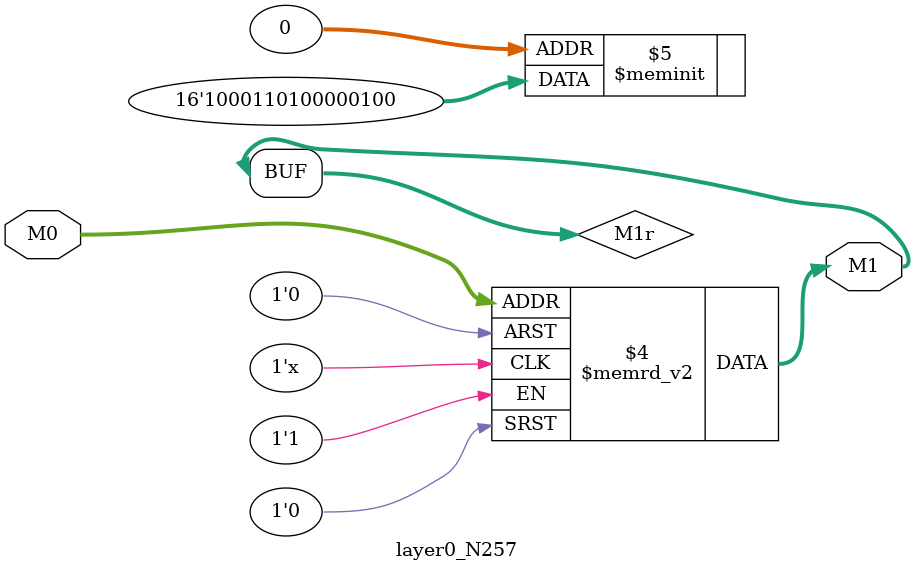
<source format=v>
module layer0_N257 ( input [2:0] M0, output [1:0] M1 );

	(*rom_style = "distributed" *) reg [1:0] M1r;
	assign M1 = M1r;
	always @ (M0) begin
		case (M0)
			3'b000: M1r = 2'b00;
			3'b100: M1r = 2'b01;
			3'b010: M1r = 2'b00;
			3'b110: M1r = 2'b00;
			3'b001: M1r = 2'b01;
			3'b101: M1r = 2'b11;
			3'b011: M1r = 2'b00;
			3'b111: M1r = 2'b10;

		endcase
	end
endmodule

</source>
